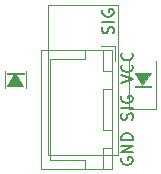
<source format=gbr>
%TF.GenerationSoftware,KiCad,Pcbnew,(5.1.7)-1*%
%TF.CreationDate,2020-12-02T23:42:10-06:00*%
%TF.ProjectId,025mag-PROBE-BOARD_REV2,3032356d-6167-42d5-9052-4f42452d424f,rev?*%
%TF.SameCoordinates,Original*%
%TF.FileFunction,Legend,Top*%
%TF.FilePolarity,Positive*%
%FSLAX46Y46*%
G04 Gerber Fmt 4.6, Leading zero omitted, Abs format (unit mm)*
G04 Created by KiCad (PCBNEW (5.1.7)-1) date 2020-12-02 23:42:10*
%MOMM*%
%LPD*%
G01*
G04 APERTURE LIST*
%ADD10C,0.120000*%
%ADD11C,0.100000*%
%ADD12C,0.150000*%
G04 APERTURE END LIST*
D10*
X-6435000Y490000D02*
X-6435000Y590000D01*
X-5010000Y490000D02*
X-6435000Y490000D01*
D11*
G36*
X-5060000Y-560000D02*
G01*
X-6410000Y-560000D01*
X-5710000Y540000D01*
X-5060000Y-560000D01*
G37*
X-5060000Y-560000D02*
X-6410000Y-560000D01*
X-5710000Y540000D01*
X-5060000Y-560000D01*
D10*
X-6435000Y590000D02*
X-5010000Y590000D01*
X-5010000Y590000D02*
X-5010000Y490000D01*
D12*
X2579761Y3926190D02*
X2627380Y4069047D01*
X2627380Y4307142D01*
X2579761Y4402380D01*
X2532142Y4450000D01*
X2436904Y4497619D01*
X2341666Y4497619D01*
X2246428Y4450000D01*
X2198809Y4402380D01*
X2151190Y4307142D01*
X2103571Y4116666D01*
X2055952Y4021428D01*
X2008333Y3973809D01*
X1913095Y3926190D01*
X1817857Y3926190D01*
X1722619Y3973809D01*
X1675000Y4021428D01*
X1627380Y4116666D01*
X1627380Y4354761D01*
X1675000Y4497619D01*
X2627380Y4926190D02*
X1627380Y4926190D01*
X1675000Y5926190D02*
X1627380Y5830952D01*
X1627380Y5688095D01*
X1675000Y5545238D01*
X1770238Y5450000D01*
X1865476Y5402380D01*
X2055952Y5354761D01*
X2198809Y5354761D01*
X2389285Y5402380D01*
X2484523Y5450000D01*
X2579761Y5545238D01*
X2627380Y5688095D01*
X2627380Y5783333D01*
X2579761Y5926190D01*
X2532142Y5973809D01*
X2198809Y5973809D01*
X2198809Y5783333D01*
X3300000Y-6616666D02*
X3252380Y-6711904D01*
X3252380Y-6854761D01*
X3299999Y-6997619D01*
X3395238Y-7092857D01*
X3490476Y-7140476D01*
X3680952Y-7188095D01*
X3823809Y-7188095D01*
X4014285Y-7140476D01*
X4109523Y-7092857D01*
X4204761Y-6997619D01*
X4252380Y-6854761D01*
X4252380Y-6759523D01*
X4204761Y-6616666D01*
X4157142Y-6569047D01*
X3823809Y-6569047D01*
X3823809Y-6759523D01*
X4252380Y-6140476D02*
X3252380Y-6140476D01*
X4252380Y-5569047D01*
X3252380Y-5569047D01*
X4252380Y-5092857D02*
X3252380Y-5092857D01*
X3252380Y-4854761D01*
X3300000Y-4711904D01*
X3395238Y-4616666D01*
X3490476Y-4569047D01*
X3680952Y-4521428D01*
X3823809Y-4521428D01*
X4014285Y-4569047D01*
X4109523Y-4616666D01*
X4204761Y-4711904D01*
X4252380Y-4854761D01*
X4252380Y-5092857D01*
X4204761Y-3378571D02*
X4252380Y-3235714D01*
X4252380Y-2997619D01*
X4204761Y-2902380D01*
X4157142Y-2854761D01*
X4061904Y-2807142D01*
X3966666Y-2807142D01*
X3871428Y-2854761D01*
X3823809Y-2902380D01*
X3776190Y-2997619D01*
X3728571Y-3188095D01*
X3680952Y-3283333D01*
X3633333Y-3330952D01*
X3538095Y-3378571D01*
X3442857Y-3378571D01*
X3347619Y-3330952D01*
X3300000Y-3283333D01*
X3252380Y-3188095D01*
X3252380Y-2950000D01*
X3300000Y-2807142D01*
X4252380Y-2378571D02*
X3252380Y-2378571D01*
X3300000Y-1378571D02*
X3252380Y-1473809D01*
X3252380Y-1616666D01*
X3300000Y-1759523D01*
X3395238Y-1854761D01*
X3490476Y-1902380D01*
X3680952Y-1950000D01*
X3823809Y-1950000D01*
X4014285Y-1902380D01*
X4109523Y-1854761D01*
X4204761Y-1759523D01*
X4252380Y-1616666D01*
X4252380Y-1521428D01*
X4204761Y-1378571D01*
X4157142Y-1330952D01*
X3823809Y-1330952D01*
X3823809Y-1521428D01*
X3252380Y-283333D02*
X4252380Y49999D01*
X3252380Y383333D01*
X4157142Y1288095D02*
X4204761Y1240476D01*
X4252380Y1097619D01*
X4252380Y1002380D01*
X4204761Y859523D01*
X4109523Y764285D01*
X4014285Y716666D01*
X3823809Y669047D01*
X3680952Y669047D01*
X3490476Y716666D01*
X3395238Y764285D01*
X3300000Y859523D01*
X3252380Y1002380D01*
X3252380Y1097619D01*
X3300000Y1240476D01*
X3347619Y1288095D01*
X4157142Y2288095D02*
X4204761Y2240476D01*
X4252380Y2097619D01*
X4252380Y2002380D01*
X4204761Y1859523D01*
X4109523Y1764285D01*
X4014285Y1716666D01*
X3823809Y1669047D01*
X3680952Y1669047D01*
X3490476Y1716666D01*
X3395238Y1764285D01*
X3300000Y1859523D01*
X3252380Y2002380D01*
X3252380Y2097619D01*
X3300000Y2240476D01*
X3347619Y2288095D01*
D10*
%TO.C,SW1*%
X2940000Y-6350000D02*
X2940000Y6350000D01*
X-2940000Y-6350000D02*
X2940000Y-6350000D01*
X-2940000Y6350000D02*
X-2940000Y-6350000D01*
X2940000Y6350000D02*
X-2940000Y6350000D01*
%TO.C,REF\u002A\u002A*%
X200000Y-7550000D02*
X200000Y-6800000D01*
X1700000Y-7550000D02*
X2450000Y-7550000D01*
X1700000Y-5750000D02*
X1700000Y-7550000D01*
X2450000Y-5750000D02*
X1700000Y-5750000D01*
X1700000Y-4250000D02*
X2450000Y-4250000D01*
X1700000Y750000D02*
X2450000Y750000D01*
X1700000Y-750000D02*
X1700000Y-4250000D01*
X2750000Y2850000D02*
X1500000Y2850000D01*
X2750000Y1600000D02*
X2750000Y2850000D01*
X-2750000Y-6800000D02*
X-2750000Y-2500000D01*
X200000Y-6800000D02*
X-2750000Y-6800000D01*
X-2750000Y-2500000D02*
X-2750000Y1725000D01*
X200000Y1800000D02*
X-2750000Y1800000D01*
X200000Y2550000D02*
X200000Y1800000D01*
X2450000Y-7550000D02*
X2450000Y-5750000D01*
X2450000Y750000D02*
X2450000Y2550000D01*
X1700000Y2550000D02*
X1700000Y750000D01*
X2450000Y2550000D02*
X1700000Y2550000D01*
X2450000Y-4250000D02*
X2450000Y-750000D01*
X2460000Y-7560000D02*
X2460000Y2560000D01*
X2460000Y2560000D02*
X-3510000Y2560000D01*
X-3510000Y-7560000D02*
X2460000Y-7560000D01*
X-3510000Y2560000D02*
X-3510000Y-7560000D01*
X2450000Y-750000D02*
X1700000Y-750000D01*
%TO.C,D1*%
X6215000Y-2460000D02*
X6215000Y1600000D01*
X3945000Y-2460000D02*
X6215000Y-2460000D01*
X3945000Y1600000D02*
X3945000Y-2460000D01*
X4430000Y575000D02*
X5730000Y575000D01*
X5730000Y575000D02*
X5755000Y575000D01*
X5755000Y575000D02*
X5055000Y-475000D01*
X5055000Y-475000D02*
X4430000Y575000D01*
X4380000Y-500000D02*
X5755000Y-500000D01*
D11*
G36*
X4680000Y575000D02*
G01*
X5755000Y575000D01*
X5030000Y-425000D01*
X4455000Y575000D01*
X4680000Y575000D01*
G37*
X4680000Y575000D02*
X5755000Y575000D01*
X5030000Y-425000D01*
X4455000Y575000D01*
X4680000Y575000D01*
D10*
X4380000Y-575000D02*
X5755000Y-575000D01*
%TO.C,R1*%
X-4805000Y-727064D02*
X-4805000Y727064D01*
X-6625000Y-727064D02*
X-6625000Y727064D01*
%TD*%
M02*

</source>
